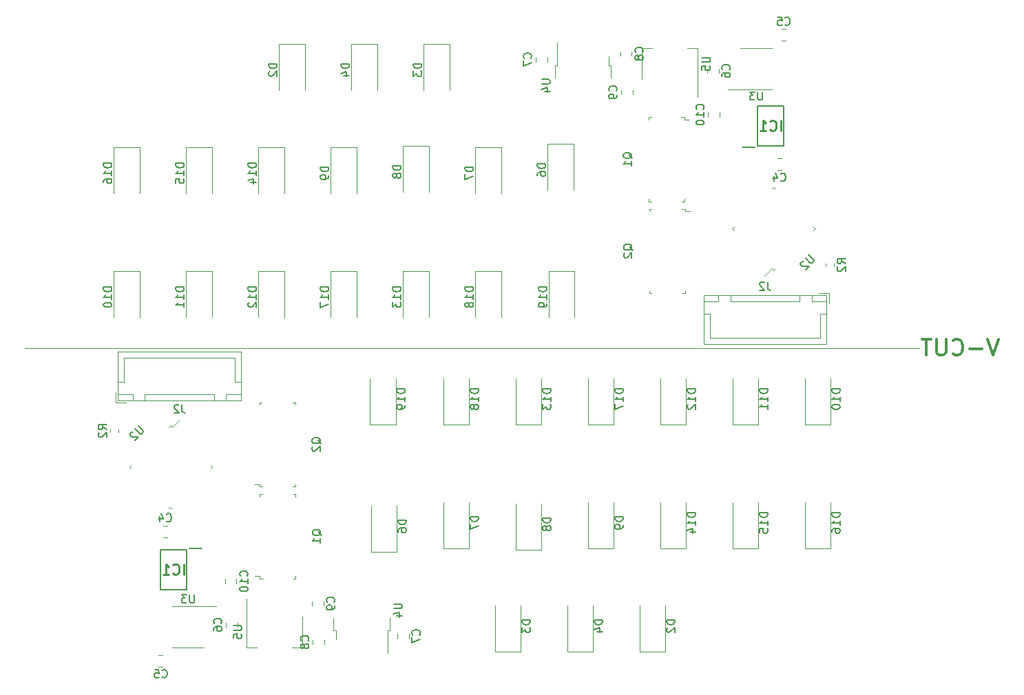
<source format=gbo>
G04 #@! TF.GenerationSoftware,KiCad,Pcbnew,(5.1.4)-1*
G04 #@! TF.CreationDate,2019-11-07T17:31:05+09:00*
G04 #@! TF.ProjectId,Solenoid_Valve-fin,536f6c65-6e6f-4696-945f-56616c76652d,rev?*
G04 #@! TF.SameCoordinates,Original*
G04 #@! TF.FileFunction,Legend,Bot*
G04 #@! TF.FilePolarity,Positive*
%FSLAX46Y46*%
G04 Gerber Fmt 4.6, Leading zero omitted, Abs format (unit mm)*
G04 Created by KiCad (PCBNEW (5.1.4)-1) date 2019-11-07 17:31:05*
%MOMM*%
%LPD*%
G04 APERTURE LIST*
%ADD10C,0.300000*%
%ADD11C,0.120000*%
%ADD12C,0.100000*%
%ADD13C,0.200000*%
%ADD14C,0.150000*%
%ADD15C,0.254000*%
G04 APERTURE END LIST*
D10*
X229714285Y-78904761D02*
X229047619Y-80904761D01*
X228380952Y-78904761D01*
X227714285Y-80142857D02*
X226190476Y-80142857D01*
X224095238Y-80714285D02*
X224190476Y-80809523D01*
X224476190Y-80904761D01*
X224666666Y-80904761D01*
X224952380Y-80809523D01*
X225142857Y-80619047D01*
X225238095Y-80428571D01*
X225333333Y-80047619D01*
X225333333Y-79761904D01*
X225238095Y-79380952D01*
X225142857Y-79190476D01*
X224952380Y-79000000D01*
X224666666Y-78904761D01*
X224476190Y-78904761D01*
X224190476Y-79000000D01*
X224095238Y-79095238D01*
X223238095Y-78904761D02*
X223238095Y-80523809D01*
X223142857Y-80714285D01*
X223047619Y-80809523D01*
X222857142Y-80904761D01*
X222476190Y-80904761D01*
X222285714Y-80809523D01*
X222190476Y-80714285D01*
X222095238Y-80523809D01*
X222095238Y-78904761D01*
X221428571Y-78904761D02*
X220285714Y-78904761D01*
X220857142Y-80904761D02*
X220857142Y-78904761D01*
D11*
X220000000Y-80000000D02*
X110000000Y-80000000D01*
X209510000Y-69950779D02*
X209510000Y-69625221D01*
X208490000Y-69950779D02*
X208490000Y-69625221D01*
D12*
X186700000Y-62005000D02*
X187000000Y-62005000D01*
X186700000Y-62005000D02*
X186700000Y-61705000D01*
X186700000Y-51605000D02*
X187000000Y-51605000D01*
X191100000Y-61705000D02*
X191100000Y-62005000D01*
X191100000Y-62005000D02*
X190800000Y-62005000D01*
X190700000Y-51605000D02*
X191100000Y-51605000D01*
X191100000Y-51605000D02*
X191100000Y-51905000D01*
X191100000Y-51905000D02*
X191700000Y-51905000D01*
X186700000Y-51905000D02*
X186700000Y-51605000D01*
X186760000Y-73300000D02*
X187060000Y-73300000D01*
X186760000Y-73300000D02*
X186760000Y-73000000D01*
X186760000Y-62900000D02*
X187060000Y-62900000D01*
X191160000Y-73000000D02*
X191160000Y-73300000D01*
X191160000Y-73300000D02*
X190860000Y-73300000D01*
X190760000Y-62900000D02*
X191160000Y-62900000D01*
X191160000Y-62900000D02*
X191160000Y-63200000D01*
X191160000Y-63200000D02*
X191760000Y-63200000D01*
X186760000Y-63200000D02*
X186760000Y-62900000D01*
D11*
X201849868Y-60440821D02*
X202062000Y-60228689D01*
X202062000Y-60228689D02*
X202274132Y-60440821D01*
X197168821Y-65121868D02*
X196956689Y-65334000D01*
X196956689Y-65334000D02*
X197168821Y-65546132D01*
X206955179Y-65546132D02*
X207167311Y-65334000D01*
X207167311Y-65334000D02*
X206955179Y-65121868D01*
X202274132Y-70227179D02*
X202062000Y-70439311D01*
X202062000Y-70439311D02*
X201849868Y-70227179D01*
X201849868Y-70227179D02*
X200920023Y-71157024D01*
X165375000Y-60982000D02*
X165375000Y-55297000D01*
X165375000Y-55297000D02*
X168545000Y-55297000D01*
X168545000Y-55297000D02*
X168545000Y-60982000D01*
X138705000Y-76222000D02*
X138705000Y-70537000D01*
X138705000Y-70537000D02*
X141875000Y-70537000D01*
X141875000Y-70537000D02*
X141875000Y-76222000D01*
X199925000Y-43105000D02*
X201875000Y-43105000D01*
X199925000Y-43105000D02*
X197975000Y-43105000D01*
X199925000Y-48225000D02*
X201875000Y-48225000D01*
X199925000Y-48225000D02*
X196475000Y-48225000D01*
X183290000Y-48303422D02*
X183290000Y-48820578D01*
X184710000Y-48303422D02*
X184710000Y-48820578D01*
X172790000Y-44263748D02*
X172790000Y-44786252D01*
X174210000Y-44263748D02*
X174210000Y-44786252D01*
X156485000Y-76222000D02*
X156485000Y-70537000D01*
X156485000Y-70537000D02*
X159655000Y-70537000D01*
X159655000Y-70537000D02*
X159655000Y-76222000D01*
X174265000Y-60580000D02*
X174265000Y-54895000D01*
X174265000Y-54895000D02*
X177435000Y-54895000D01*
X177435000Y-54895000D02*
X177435000Y-60580000D01*
X156485000Y-60812000D02*
X156485000Y-55127000D01*
X156485000Y-55127000D02*
X159655000Y-55127000D01*
X159655000Y-55127000D02*
X159655000Y-60812000D01*
X147595000Y-60982000D02*
X147595000Y-55297000D01*
X147595000Y-55297000D02*
X150765000Y-55297000D01*
X150765000Y-55297000D02*
X150765000Y-60982000D01*
X129815000Y-76222000D02*
X129815000Y-70537000D01*
X129815000Y-70537000D02*
X132985000Y-70537000D01*
X132985000Y-70537000D02*
X132985000Y-76222000D01*
X185890000Y-43140000D02*
X187150000Y-43140000D01*
X192710000Y-43140000D02*
X191450000Y-43140000D01*
X185890000Y-46900000D02*
X185890000Y-43140000D01*
X192710000Y-49150000D02*
X192710000Y-43140000D01*
X184610000Y-44058578D02*
X184610000Y-43541422D01*
X183190000Y-44058578D02*
X183190000Y-43541422D01*
X175150000Y-46755000D02*
X175150000Y-45255000D01*
X175150000Y-45255000D02*
X175420000Y-45255000D01*
X175420000Y-45255000D02*
X175420000Y-42425000D01*
X182050000Y-46755000D02*
X182050000Y-45255000D01*
X182050000Y-45255000D02*
X181780000Y-45255000D01*
X181780000Y-45255000D02*
X181780000Y-44155000D01*
X159025000Y-48282000D02*
X159025000Y-42597000D01*
X159025000Y-42597000D02*
X162195000Y-42597000D01*
X162195000Y-42597000D02*
X162195000Y-48282000D01*
X193990000Y-51041422D02*
X193990000Y-51558578D01*
X195410000Y-51041422D02*
X195410000Y-51558578D01*
X150135000Y-48282000D02*
X150135000Y-42597000D01*
X150135000Y-42597000D02*
X153305000Y-42597000D01*
X153305000Y-42597000D02*
X153305000Y-48282000D01*
X141245000Y-48282000D02*
X141245000Y-42597000D01*
X141245000Y-42597000D02*
X144415000Y-42597000D01*
X144415000Y-42597000D02*
X144415000Y-48282000D01*
X120925000Y-76222000D02*
X120925000Y-70537000D01*
X120925000Y-70537000D02*
X124095000Y-70537000D01*
X124095000Y-70537000D02*
X124095000Y-76222000D01*
X202503422Y-58110000D02*
X203020578Y-58110000D01*
X202503422Y-56690000D02*
X203020578Y-56690000D01*
X203558578Y-40790000D02*
X203041422Y-40790000D01*
X203558578Y-42210000D02*
X203041422Y-42210000D01*
X208560000Y-73540000D02*
X208560000Y-79510000D01*
X208560000Y-79510000D02*
X193440000Y-79510000D01*
X193440000Y-79510000D02*
X193440000Y-73540000D01*
X193440000Y-73540000D02*
X208560000Y-73540000D01*
X205250000Y-73550000D02*
X205250000Y-74300000D01*
X205250000Y-74300000D02*
X196750000Y-74300000D01*
X196750000Y-74300000D02*
X196750000Y-73550000D01*
X196750000Y-73550000D02*
X205250000Y-73550000D01*
X208550000Y-73550000D02*
X208550000Y-74300000D01*
X208550000Y-74300000D02*
X206750000Y-74300000D01*
X206750000Y-74300000D02*
X206750000Y-73550000D01*
X206750000Y-73550000D02*
X208550000Y-73550000D01*
X195250000Y-73550000D02*
X195250000Y-74300000D01*
X195250000Y-74300000D02*
X193450000Y-74300000D01*
X193450000Y-74300000D02*
X193450000Y-73550000D01*
X193450000Y-73550000D02*
X195250000Y-73550000D01*
X208550000Y-75800000D02*
X207800000Y-75800000D01*
X207800000Y-75800000D02*
X207800000Y-78750000D01*
X207800000Y-78750000D02*
X201000000Y-78750000D01*
X193450000Y-75800000D02*
X194200000Y-75800000D01*
X194200000Y-75800000D02*
X194200000Y-78750000D01*
X194200000Y-78750000D02*
X201000000Y-78750000D01*
X207600000Y-73250000D02*
X208850000Y-73250000D01*
X208850000Y-73250000D02*
X208850000Y-74500000D01*
X195310000Y-46196578D02*
X195310000Y-45679422D01*
X193890000Y-46196578D02*
X193890000Y-45679422D01*
D13*
X200100000Y-55150000D02*
X203300000Y-55150000D01*
X203300000Y-55150000D02*
X203300000Y-50250000D01*
X203300000Y-50250000D02*
X200100000Y-50250000D01*
X200100000Y-50250000D02*
X200100000Y-55150000D01*
X198225000Y-55305000D02*
X199750000Y-55305000D01*
D11*
X165375000Y-76222000D02*
X165375000Y-70537000D01*
X165375000Y-70537000D02*
X168545000Y-70537000D01*
X168545000Y-70537000D02*
X168545000Y-76222000D01*
X174415000Y-76222000D02*
X174415000Y-70537000D01*
X174415000Y-70537000D02*
X177585000Y-70537000D01*
X177585000Y-70537000D02*
X177585000Y-76222000D01*
X138705000Y-60982000D02*
X138705000Y-55297000D01*
X138705000Y-55297000D02*
X141875000Y-55297000D01*
X141875000Y-55297000D02*
X141875000Y-60982000D01*
X129815000Y-60982000D02*
X129815000Y-55297000D01*
X129815000Y-55297000D02*
X132985000Y-55297000D01*
X132985000Y-55297000D02*
X132985000Y-60982000D01*
X147595000Y-76222000D02*
X147595000Y-70537000D01*
X147595000Y-70537000D02*
X150765000Y-70537000D01*
X150765000Y-70537000D02*
X150765000Y-76222000D01*
X120925000Y-60982000D02*
X120925000Y-55297000D01*
X120925000Y-55297000D02*
X124095000Y-55297000D01*
X124095000Y-55297000D02*
X124095000Y-60982000D01*
X152415000Y-89463000D02*
X152415000Y-83778000D01*
X155585000Y-89463000D02*
X152415000Y-89463000D01*
X155585000Y-83778000D02*
X155585000Y-89463000D01*
X161455000Y-89463000D02*
X161455000Y-83778000D01*
X164625000Y-89463000D02*
X161455000Y-89463000D01*
X164625000Y-83778000D02*
X164625000Y-89463000D01*
X179235000Y-89463000D02*
X179235000Y-83778000D01*
X182405000Y-89463000D02*
X179235000Y-89463000D01*
X182405000Y-83778000D02*
X182405000Y-89463000D01*
X205905000Y-104703000D02*
X205905000Y-99018000D01*
X209075000Y-104703000D02*
X205905000Y-104703000D01*
X209075000Y-99018000D02*
X209075000Y-104703000D01*
X197015000Y-104703000D02*
X197015000Y-99018000D01*
X200185000Y-104703000D02*
X197015000Y-104703000D01*
X200185000Y-99018000D02*
X200185000Y-104703000D01*
X188125000Y-104703000D02*
X188125000Y-99018000D01*
X191295000Y-104703000D02*
X188125000Y-104703000D01*
X191295000Y-99018000D02*
X191295000Y-104703000D01*
X170345000Y-89463000D02*
X170345000Y-83778000D01*
X173515000Y-89463000D02*
X170345000Y-89463000D01*
X173515000Y-83778000D02*
X173515000Y-89463000D01*
X188125000Y-89463000D02*
X188125000Y-83778000D01*
X191295000Y-89463000D02*
X188125000Y-89463000D01*
X191295000Y-83778000D02*
X191295000Y-89463000D01*
X197015000Y-89463000D02*
X197015000Y-83778000D01*
X200185000Y-89463000D02*
X197015000Y-89463000D01*
X200185000Y-83778000D02*
X200185000Y-89463000D01*
X205905000Y-89463000D02*
X205905000Y-83778000D01*
X209075000Y-89463000D02*
X205905000Y-89463000D01*
X209075000Y-83778000D02*
X209075000Y-89463000D01*
X179235000Y-104703000D02*
X179235000Y-99018000D01*
X182405000Y-104703000D02*
X179235000Y-104703000D01*
X182405000Y-99018000D02*
X182405000Y-104703000D01*
X170345000Y-104873000D02*
X170345000Y-99188000D01*
X173515000Y-104873000D02*
X170345000Y-104873000D01*
X173515000Y-99188000D02*
X173515000Y-104873000D01*
X161455000Y-104703000D02*
X161455000Y-99018000D01*
X164625000Y-104703000D02*
X161455000Y-104703000D01*
X164625000Y-99018000D02*
X164625000Y-104703000D01*
X152565000Y-105105000D02*
X152565000Y-99420000D01*
X155735000Y-105105000D02*
X152565000Y-105105000D01*
X155735000Y-99420000D02*
X155735000Y-105105000D01*
X176695000Y-117403000D02*
X176695000Y-111718000D01*
X179865000Y-117403000D02*
X176695000Y-117403000D01*
X179865000Y-111718000D02*
X179865000Y-117403000D01*
X167805000Y-117403000D02*
X167805000Y-111718000D01*
X170975000Y-117403000D02*
X167805000Y-117403000D01*
X170975000Y-111718000D02*
X170975000Y-117403000D01*
X185585000Y-117403000D02*
X185585000Y-111718000D01*
X188755000Y-117403000D02*
X185585000Y-117403000D01*
X188755000Y-111718000D02*
X188755000Y-117403000D01*
X148220000Y-114745000D02*
X148220000Y-115845000D01*
X147950000Y-114745000D02*
X148220000Y-114745000D01*
X147950000Y-113245000D02*
X147950000Y-114745000D01*
X154580000Y-114745000D02*
X154580000Y-117575000D01*
X154850000Y-114745000D02*
X154580000Y-114745000D01*
X154850000Y-113245000D02*
X154850000Y-114745000D01*
X134590000Y-108958578D02*
X134590000Y-108441422D01*
X136010000Y-108958578D02*
X136010000Y-108441422D01*
X145290000Y-111696578D02*
X145290000Y-111179422D01*
X146710000Y-111696578D02*
X146710000Y-111179422D01*
X146810000Y-115941422D02*
X146810000Y-116458578D01*
X145390000Y-115941422D02*
X145390000Y-116458578D01*
X155790000Y-115736252D02*
X155790000Y-115213748D01*
X157210000Y-115736252D02*
X157210000Y-115213748D01*
X137290000Y-110850000D02*
X137290000Y-116860000D01*
X144110000Y-113100000D02*
X144110000Y-116860000D01*
X137290000Y-116860000D02*
X138550000Y-116860000D01*
X144110000Y-116860000D02*
X142850000Y-116860000D01*
X130075000Y-111775000D02*
X133525000Y-111775000D01*
X130075000Y-111775000D02*
X128125000Y-111775000D01*
X130075000Y-116895000D02*
X132025000Y-116895000D01*
X130075000Y-116895000D02*
X128125000Y-116895000D01*
X128150132Y-89772821D02*
X129079977Y-88842976D01*
X127938000Y-89560689D02*
X128150132Y-89772821D01*
X127725868Y-89772821D02*
X127938000Y-89560689D01*
X122832689Y-94666000D02*
X123044821Y-94878132D01*
X123044821Y-94453868D02*
X122832689Y-94666000D01*
X133043311Y-94666000D02*
X132831179Y-94453868D01*
X132831179Y-94878132D02*
X133043311Y-94666000D01*
X127938000Y-99771311D02*
X127725868Y-99559179D01*
X128150132Y-99559179D02*
X127938000Y-99771311D01*
X121510000Y-90049221D02*
X121510000Y-90374779D01*
X120490000Y-90049221D02*
X120490000Y-90374779D01*
D12*
X143240000Y-96800000D02*
X143240000Y-97100000D01*
X138840000Y-96800000D02*
X138240000Y-96800000D01*
X138840000Y-97100000D02*
X138840000Y-96800000D01*
X139240000Y-97100000D02*
X138840000Y-97100000D01*
X138840000Y-86700000D02*
X139140000Y-86700000D01*
X138840000Y-87000000D02*
X138840000Y-86700000D01*
X143240000Y-97100000D02*
X142940000Y-97100000D01*
X143240000Y-86700000D02*
X143240000Y-87000000D01*
X143240000Y-86700000D02*
X142940000Y-86700000D01*
X143300000Y-108095000D02*
X143300000Y-108395000D01*
X138900000Y-108095000D02*
X138300000Y-108095000D01*
X138900000Y-108395000D02*
X138900000Y-108095000D01*
X139300000Y-108395000D02*
X138900000Y-108395000D01*
X138900000Y-97995000D02*
X139200000Y-97995000D01*
X138900000Y-98295000D02*
X138900000Y-97995000D01*
X143300000Y-108395000D02*
X143000000Y-108395000D01*
X143300000Y-97995000D02*
X143300000Y-98295000D01*
X143300000Y-97995000D02*
X143000000Y-97995000D01*
D11*
X121150000Y-86750000D02*
X121150000Y-85500000D01*
X122400000Y-86750000D02*
X121150000Y-86750000D01*
X135800000Y-81250000D02*
X129000000Y-81250000D01*
X135800000Y-84200000D02*
X135800000Y-81250000D01*
X136550000Y-84200000D02*
X135800000Y-84200000D01*
X122200000Y-81250000D02*
X129000000Y-81250000D01*
X122200000Y-84200000D02*
X122200000Y-81250000D01*
X121450000Y-84200000D02*
X122200000Y-84200000D01*
X136550000Y-86450000D02*
X134750000Y-86450000D01*
X136550000Y-85700000D02*
X136550000Y-86450000D01*
X134750000Y-85700000D02*
X136550000Y-85700000D01*
X134750000Y-86450000D02*
X134750000Y-85700000D01*
X123250000Y-86450000D02*
X121450000Y-86450000D01*
X123250000Y-85700000D02*
X123250000Y-86450000D01*
X121450000Y-85700000D02*
X123250000Y-85700000D01*
X121450000Y-86450000D02*
X121450000Y-85700000D01*
X133250000Y-86450000D02*
X124750000Y-86450000D01*
X133250000Y-85700000D02*
X133250000Y-86450000D01*
X124750000Y-85700000D02*
X133250000Y-85700000D01*
X124750000Y-86450000D02*
X124750000Y-85700000D01*
X136560000Y-86460000D02*
X121440000Y-86460000D01*
X136560000Y-80490000D02*
X136560000Y-86460000D01*
X121440000Y-80490000D02*
X136560000Y-80490000D01*
X121440000Y-86460000D02*
X121440000Y-80490000D01*
D13*
X131775000Y-104695000D02*
X130250000Y-104695000D01*
X129900000Y-109750000D02*
X129900000Y-104850000D01*
X126700000Y-109750000D02*
X129900000Y-109750000D01*
X126700000Y-104850000D02*
X126700000Y-109750000D01*
X129900000Y-104850000D02*
X126700000Y-104850000D01*
D11*
X136110000Y-113803422D02*
X136110000Y-114320578D01*
X134690000Y-113803422D02*
X134690000Y-114320578D01*
X126441422Y-117790000D02*
X126958578Y-117790000D01*
X126441422Y-119210000D02*
X126958578Y-119210000D01*
X127496578Y-103310000D02*
X126979422Y-103310000D01*
X127496578Y-101890000D02*
X126979422Y-101890000D01*
D14*
X210882380Y-69621333D02*
X210406190Y-69288000D01*
X210882380Y-69049904D02*
X209882380Y-69049904D01*
X209882380Y-69430857D01*
X209930000Y-69526095D01*
X209977619Y-69573714D01*
X210072857Y-69621333D01*
X210215714Y-69621333D01*
X210310952Y-69573714D01*
X210358571Y-69526095D01*
X210406190Y-69430857D01*
X210406190Y-69049904D01*
X209977619Y-70002285D02*
X209930000Y-70049904D01*
X209882380Y-70145142D01*
X209882380Y-70383238D01*
X209930000Y-70478476D01*
X209977619Y-70526095D01*
X210072857Y-70573714D01*
X210168095Y-70573714D01*
X210310952Y-70526095D01*
X210882380Y-69954666D01*
X210882380Y-70573714D01*
X184647619Y-56709761D02*
X184600000Y-56614523D01*
X184504761Y-56519285D01*
X184361904Y-56376428D01*
X184314285Y-56281190D01*
X184314285Y-56185952D01*
X184552380Y-56233571D02*
X184504761Y-56138333D01*
X184409523Y-56043095D01*
X184219047Y-55995476D01*
X183885714Y-55995476D01*
X183695238Y-56043095D01*
X183600000Y-56138333D01*
X183552380Y-56233571D01*
X183552380Y-56424047D01*
X183600000Y-56519285D01*
X183695238Y-56614523D01*
X183885714Y-56662142D01*
X184219047Y-56662142D01*
X184409523Y-56614523D01*
X184504761Y-56519285D01*
X184552380Y-56424047D01*
X184552380Y-56233571D01*
X184552380Y-57614523D02*
X184552380Y-57043095D01*
X184552380Y-57328809D02*
X183552380Y-57328809D01*
X183695238Y-57233571D01*
X183790476Y-57138333D01*
X183838095Y-57043095D01*
X184707619Y-68004761D02*
X184660000Y-67909523D01*
X184564761Y-67814285D01*
X184421904Y-67671428D01*
X184374285Y-67576190D01*
X184374285Y-67480952D01*
X184612380Y-67528571D02*
X184564761Y-67433333D01*
X184469523Y-67338095D01*
X184279047Y-67290476D01*
X183945714Y-67290476D01*
X183755238Y-67338095D01*
X183660000Y-67433333D01*
X183612380Y-67528571D01*
X183612380Y-67719047D01*
X183660000Y-67814285D01*
X183755238Y-67909523D01*
X183945714Y-67957142D01*
X184279047Y-67957142D01*
X184469523Y-67909523D01*
X184564761Y-67814285D01*
X184612380Y-67719047D01*
X184612380Y-67528571D01*
X183707619Y-68338095D02*
X183660000Y-68385714D01*
X183612380Y-68480952D01*
X183612380Y-68719047D01*
X183660000Y-68814285D01*
X183707619Y-68861904D01*
X183802857Y-68909523D01*
X183898095Y-68909523D01*
X184040952Y-68861904D01*
X184612380Y-68290476D01*
X184612380Y-68909523D01*
X206371310Y-68565814D02*
X206943730Y-69138234D01*
X206977402Y-69239249D01*
X206977402Y-69306593D01*
X206943730Y-69407608D01*
X206809043Y-69542295D01*
X206708028Y-69575967D01*
X206640684Y-69575967D01*
X206539669Y-69542295D01*
X205967249Y-68969875D01*
X205731547Y-69340265D02*
X205664204Y-69340265D01*
X205563188Y-69373936D01*
X205394830Y-69542295D01*
X205361158Y-69643310D01*
X205361158Y-69710654D01*
X205394830Y-69811669D01*
X205462173Y-69879013D01*
X205596860Y-69946356D01*
X206404982Y-69946356D01*
X205967249Y-70384089D01*
X165132380Y-57743904D02*
X164132380Y-57743904D01*
X164132380Y-57982000D01*
X164180000Y-58124857D01*
X164275238Y-58220095D01*
X164370476Y-58267714D01*
X164560952Y-58315333D01*
X164703809Y-58315333D01*
X164894285Y-58267714D01*
X164989523Y-58220095D01*
X165084761Y-58124857D01*
X165132380Y-57982000D01*
X165132380Y-57743904D01*
X164132380Y-58648666D02*
X164132380Y-59315333D01*
X165132380Y-58886761D01*
X138462380Y-72507714D02*
X137462380Y-72507714D01*
X137462380Y-72745809D01*
X137510000Y-72888666D01*
X137605238Y-72983904D01*
X137700476Y-73031523D01*
X137890952Y-73079142D01*
X138033809Y-73079142D01*
X138224285Y-73031523D01*
X138319523Y-72983904D01*
X138414761Y-72888666D01*
X138462380Y-72745809D01*
X138462380Y-72507714D01*
X138462380Y-74031523D02*
X138462380Y-73460095D01*
X138462380Y-73745809D02*
X137462380Y-73745809D01*
X137605238Y-73650571D01*
X137700476Y-73555333D01*
X137748095Y-73460095D01*
X137557619Y-74412476D02*
X137510000Y-74460095D01*
X137462380Y-74555333D01*
X137462380Y-74793428D01*
X137510000Y-74888666D01*
X137557619Y-74936285D01*
X137652857Y-74983904D01*
X137748095Y-74983904D01*
X137890952Y-74936285D01*
X138462380Y-74364857D01*
X138462380Y-74983904D01*
X200686904Y-48517380D02*
X200686904Y-49326904D01*
X200639285Y-49422142D01*
X200591666Y-49469761D01*
X200496428Y-49517380D01*
X200305952Y-49517380D01*
X200210714Y-49469761D01*
X200163095Y-49422142D01*
X200115476Y-49326904D01*
X200115476Y-48517380D01*
X199734523Y-48517380D02*
X199115476Y-48517380D01*
X199448809Y-48898333D01*
X199305952Y-48898333D01*
X199210714Y-48945952D01*
X199163095Y-48993571D01*
X199115476Y-49088809D01*
X199115476Y-49326904D01*
X199163095Y-49422142D01*
X199210714Y-49469761D01*
X199305952Y-49517380D01*
X199591666Y-49517380D01*
X199686904Y-49469761D01*
X199734523Y-49422142D01*
X182707142Y-48395333D02*
X182754761Y-48347714D01*
X182802380Y-48204857D01*
X182802380Y-48109619D01*
X182754761Y-47966761D01*
X182659523Y-47871523D01*
X182564285Y-47823904D01*
X182373809Y-47776285D01*
X182230952Y-47776285D01*
X182040476Y-47823904D01*
X181945238Y-47871523D01*
X181850000Y-47966761D01*
X181802380Y-48109619D01*
X181802380Y-48204857D01*
X181850000Y-48347714D01*
X181897619Y-48395333D01*
X182802380Y-48871523D02*
X182802380Y-49062000D01*
X182754761Y-49157238D01*
X182707142Y-49204857D01*
X182564285Y-49300095D01*
X182373809Y-49347714D01*
X181992857Y-49347714D01*
X181897619Y-49300095D01*
X181850000Y-49252476D01*
X181802380Y-49157238D01*
X181802380Y-48966761D01*
X181850000Y-48871523D01*
X181897619Y-48823904D01*
X181992857Y-48776285D01*
X182230952Y-48776285D01*
X182326190Y-48823904D01*
X182373809Y-48871523D01*
X182421428Y-48966761D01*
X182421428Y-49157238D01*
X182373809Y-49252476D01*
X182326190Y-49300095D01*
X182230952Y-49347714D01*
X172207142Y-44358333D02*
X172254761Y-44310714D01*
X172302380Y-44167857D01*
X172302380Y-44072619D01*
X172254761Y-43929761D01*
X172159523Y-43834523D01*
X172064285Y-43786904D01*
X171873809Y-43739285D01*
X171730952Y-43739285D01*
X171540476Y-43786904D01*
X171445238Y-43834523D01*
X171350000Y-43929761D01*
X171302380Y-44072619D01*
X171302380Y-44167857D01*
X171350000Y-44310714D01*
X171397619Y-44358333D01*
X171302380Y-44691666D02*
X171302380Y-45358333D01*
X172302380Y-44929761D01*
X156242380Y-72507714D02*
X155242380Y-72507714D01*
X155242380Y-72745809D01*
X155290000Y-72888666D01*
X155385238Y-72983904D01*
X155480476Y-73031523D01*
X155670952Y-73079142D01*
X155813809Y-73079142D01*
X156004285Y-73031523D01*
X156099523Y-72983904D01*
X156194761Y-72888666D01*
X156242380Y-72745809D01*
X156242380Y-72507714D01*
X156242380Y-74031523D02*
X156242380Y-73460095D01*
X156242380Y-73745809D02*
X155242380Y-73745809D01*
X155385238Y-73650571D01*
X155480476Y-73555333D01*
X155528095Y-73460095D01*
X155242380Y-74364857D02*
X155242380Y-74983904D01*
X155623333Y-74650571D01*
X155623333Y-74793428D01*
X155670952Y-74888666D01*
X155718571Y-74936285D01*
X155813809Y-74983904D01*
X156051904Y-74983904D01*
X156147142Y-74936285D01*
X156194761Y-74888666D01*
X156242380Y-74793428D01*
X156242380Y-74507714D01*
X156194761Y-74412476D01*
X156147142Y-74364857D01*
X174022380Y-57341904D02*
X173022380Y-57341904D01*
X173022380Y-57580000D01*
X173070000Y-57722857D01*
X173165238Y-57818095D01*
X173260476Y-57865714D01*
X173450952Y-57913333D01*
X173593809Y-57913333D01*
X173784285Y-57865714D01*
X173879523Y-57818095D01*
X173974761Y-57722857D01*
X174022380Y-57580000D01*
X174022380Y-57341904D01*
X173022380Y-58770476D02*
X173022380Y-58580000D01*
X173070000Y-58484761D01*
X173117619Y-58437142D01*
X173260476Y-58341904D01*
X173450952Y-58294285D01*
X173831904Y-58294285D01*
X173927142Y-58341904D01*
X173974761Y-58389523D01*
X174022380Y-58484761D01*
X174022380Y-58675238D01*
X173974761Y-58770476D01*
X173927142Y-58818095D01*
X173831904Y-58865714D01*
X173593809Y-58865714D01*
X173498571Y-58818095D01*
X173450952Y-58770476D01*
X173403333Y-58675238D01*
X173403333Y-58484761D01*
X173450952Y-58389523D01*
X173498571Y-58341904D01*
X173593809Y-58294285D01*
X156242380Y-57573904D02*
X155242380Y-57573904D01*
X155242380Y-57812000D01*
X155290000Y-57954857D01*
X155385238Y-58050095D01*
X155480476Y-58097714D01*
X155670952Y-58145333D01*
X155813809Y-58145333D01*
X156004285Y-58097714D01*
X156099523Y-58050095D01*
X156194761Y-57954857D01*
X156242380Y-57812000D01*
X156242380Y-57573904D01*
X155670952Y-58716761D02*
X155623333Y-58621523D01*
X155575714Y-58573904D01*
X155480476Y-58526285D01*
X155432857Y-58526285D01*
X155337619Y-58573904D01*
X155290000Y-58621523D01*
X155242380Y-58716761D01*
X155242380Y-58907238D01*
X155290000Y-59002476D01*
X155337619Y-59050095D01*
X155432857Y-59097714D01*
X155480476Y-59097714D01*
X155575714Y-59050095D01*
X155623333Y-59002476D01*
X155670952Y-58907238D01*
X155670952Y-58716761D01*
X155718571Y-58621523D01*
X155766190Y-58573904D01*
X155861428Y-58526285D01*
X156051904Y-58526285D01*
X156147142Y-58573904D01*
X156194761Y-58621523D01*
X156242380Y-58716761D01*
X156242380Y-58907238D01*
X156194761Y-59002476D01*
X156147142Y-59050095D01*
X156051904Y-59097714D01*
X155861428Y-59097714D01*
X155766190Y-59050095D01*
X155718571Y-59002476D01*
X155670952Y-58907238D01*
X147352380Y-57743904D02*
X146352380Y-57743904D01*
X146352380Y-57982000D01*
X146400000Y-58124857D01*
X146495238Y-58220095D01*
X146590476Y-58267714D01*
X146780952Y-58315333D01*
X146923809Y-58315333D01*
X147114285Y-58267714D01*
X147209523Y-58220095D01*
X147304761Y-58124857D01*
X147352380Y-57982000D01*
X147352380Y-57743904D01*
X147352380Y-58791523D02*
X147352380Y-58982000D01*
X147304761Y-59077238D01*
X147257142Y-59124857D01*
X147114285Y-59220095D01*
X146923809Y-59267714D01*
X146542857Y-59267714D01*
X146447619Y-59220095D01*
X146400000Y-59172476D01*
X146352380Y-59077238D01*
X146352380Y-58886761D01*
X146400000Y-58791523D01*
X146447619Y-58743904D01*
X146542857Y-58696285D01*
X146780952Y-58696285D01*
X146876190Y-58743904D01*
X146923809Y-58791523D01*
X146971428Y-58886761D01*
X146971428Y-59077238D01*
X146923809Y-59172476D01*
X146876190Y-59220095D01*
X146780952Y-59267714D01*
X129572380Y-72507714D02*
X128572380Y-72507714D01*
X128572380Y-72745809D01*
X128620000Y-72888666D01*
X128715238Y-72983904D01*
X128810476Y-73031523D01*
X129000952Y-73079142D01*
X129143809Y-73079142D01*
X129334285Y-73031523D01*
X129429523Y-72983904D01*
X129524761Y-72888666D01*
X129572380Y-72745809D01*
X129572380Y-72507714D01*
X129572380Y-74031523D02*
X129572380Y-73460095D01*
X129572380Y-73745809D02*
X128572380Y-73745809D01*
X128715238Y-73650571D01*
X128810476Y-73555333D01*
X128858095Y-73460095D01*
X129572380Y-74983904D02*
X129572380Y-74412476D01*
X129572380Y-74698190D02*
X128572380Y-74698190D01*
X128715238Y-74602952D01*
X128810476Y-74507714D01*
X128858095Y-74412476D01*
X193252380Y-44288095D02*
X194061904Y-44288095D01*
X194157142Y-44335714D01*
X194204761Y-44383333D01*
X194252380Y-44478571D01*
X194252380Y-44669047D01*
X194204761Y-44764285D01*
X194157142Y-44811904D01*
X194061904Y-44859523D01*
X193252380Y-44859523D01*
X193252380Y-45811904D02*
X193252380Y-45335714D01*
X193728571Y-45288095D01*
X193680952Y-45335714D01*
X193633333Y-45430952D01*
X193633333Y-45669047D01*
X193680952Y-45764285D01*
X193728571Y-45811904D01*
X193823809Y-45859523D01*
X194061904Y-45859523D01*
X194157142Y-45811904D01*
X194204761Y-45764285D01*
X194252380Y-45669047D01*
X194252380Y-45430952D01*
X194204761Y-45335714D01*
X194157142Y-45288095D01*
X185907142Y-43633333D02*
X185954761Y-43585714D01*
X186002380Y-43442857D01*
X186002380Y-43347619D01*
X185954761Y-43204761D01*
X185859523Y-43109523D01*
X185764285Y-43061904D01*
X185573809Y-43014285D01*
X185430952Y-43014285D01*
X185240476Y-43061904D01*
X185145238Y-43109523D01*
X185050000Y-43204761D01*
X185002380Y-43347619D01*
X185002380Y-43442857D01*
X185050000Y-43585714D01*
X185097619Y-43633333D01*
X185430952Y-44204761D02*
X185383333Y-44109523D01*
X185335714Y-44061904D01*
X185240476Y-44014285D01*
X185192857Y-44014285D01*
X185097619Y-44061904D01*
X185050000Y-44109523D01*
X185002380Y-44204761D01*
X185002380Y-44395238D01*
X185050000Y-44490476D01*
X185097619Y-44538095D01*
X185192857Y-44585714D01*
X185240476Y-44585714D01*
X185335714Y-44538095D01*
X185383333Y-44490476D01*
X185430952Y-44395238D01*
X185430952Y-44204761D01*
X185478571Y-44109523D01*
X185526190Y-44061904D01*
X185621428Y-44014285D01*
X185811904Y-44014285D01*
X185907142Y-44061904D01*
X185954761Y-44109523D01*
X186002380Y-44204761D01*
X186002380Y-44395238D01*
X185954761Y-44490476D01*
X185907142Y-44538095D01*
X185811904Y-44585714D01*
X185621428Y-44585714D01*
X185526190Y-44538095D01*
X185478571Y-44490476D01*
X185430952Y-44395238D01*
X173552380Y-46963095D02*
X174361904Y-46963095D01*
X174457142Y-47010714D01*
X174504761Y-47058333D01*
X174552380Y-47153571D01*
X174552380Y-47344047D01*
X174504761Y-47439285D01*
X174457142Y-47486904D01*
X174361904Y-47534523D01*
X173552380Y-47534523D01*
X173885714Y-48439285D02*
X174552380Y-48439285D01*
X173504761Y-48201190D02*
X174219047Y-47963095D01*
X174219047Y-48582142D01*
X158782380Y-45043904D02*
X157782380Y-45043904D01*
X157782380Y-45282000D01*
X157830000Y-45424857D01*
X157925238Y-45520095D01*
X158020476Y-45567714D01*
X158210952Y-45615333D01*
X158353809Y-45615333D01*
X158544285Y-45567714D01*
X158639523Y-45520095D01*
X158734761Y-45424857D01*
X158782380Y-45282000D01*
X158782380Y-45043904D01*
X157782380Y-45948666D02*
X157782380Y-46567714D01*
X158163333Y-46234380D01*
X158163333Y-46377238D01*
X158210952Y-46472476D01*
X158258571Y-46520095D01*
X158353809Y-46567714D01*
X158591904Y-46567714D01*
X158687142Y-46520095D01*
X158734761Y-46472476D01*
X158782380Y-46377238D01*
X158782380Y-46091523D01*
X158734761Y-45996285D01*
X158687142Y-45948666D01*
X193407142Y-50657142D02*
X193454761Y-50609523D01*
X193502380Y-50466666D01*
X193502380Y-50371428D01*
X193454761Y-50228571D01*
X193359523Y-50133333D01*
X193264285Y-50085714D01*
X193073809Y-50038095D01*
X192930952Y-50038095D01*
X192740476Y-50085714D01*
X192645238Y-50133333D01*
X192550000Y-50228571D01*
X192502380Y-50371428D01*
X192502380Y-50466666D01*
X192550000Y-50609523D01*
X192597619Y-50657142D01*
X193502380Y-51609523D02*
X193502380Y-51038095D01*
X193502380Y-51323809D02*
X192502380Y-51323809D01*
X192645238Y-51228571D01*
X192740476Y-51133333D01*
X192788095Y-51038095D01*
X192502380Y-52228571D02*
X192502380Y-52323809D01*
X192550000Y-52419047D01*
X192597619Y-52466666D01*
X192692857Y-52514285D01*
X192883333Y-52561904D01*
X193121428Y-52561904D01*
X193311904Y-52514285D01*
X193407142Y-52466666D01*
X193454761Y-52419047D01*
X193502380Y-52323809D01*
X193502380Y-52228571D01*
X193454761Y-52133333D01*
X193407142Y-52085714D01*
X193311904Y-52038095D01*
X193121428Y-51990476D01*
X192883333Y-51990476D01*
X192692857Y-52038095D01*
X192597619Y-52085714D01*
X192550000Y-52133333D01*
X192502380Y-52228571D01*
X149892380Y-45043904D02*
X148892380Y-45043904D01*
X148892380Y-45282000D01*
X148940000Y-45424857D01*
X149035238Y-45520095D01*
X149130476Y-45567714D01*
X149320952Y-45615333D01*
X149463809Y-45615333D01*
X149654285Y-45567714D01*
X149749523Y-45520095D01*
X149844761Y-45424857D01*
X149892380Y-45282000D01*
X149892380Y-45043904D01*
X149225714Y-46472476D02*
X149892380Y-46472476D01*
X148844761Y-46234380D02*
X149559047Y-45996285D01*
X149559047Y-46615333D01*
X141002380Y-45043904D02*
X140002380Y-45043904D01*
X140002380Y-45282000D01*
X140050000Y-45424857D01*
X140145238Y-45520095D01*
X140240476Y-45567714D01*
X140430952Y-45615333D01*
X140573809Y-45615333D01*
X140764285Y-45567714D01*
X140859523Y-45520095D01*
X140954761Y-45424857D01*
X141002380Y-45282000D01*
X141002380Y-45043904D01*
X140097619Y-45996285D02*
X140050000Y-46043904D01*
X140002380Y-46139142D01*
X140002380Y-46377238D01*
X140050000Y-46472476D01*
X140097619Y-46520095D01*
X140192857Y-46567714D01*
X140288095Y-46567714D01*
X140430952Y-46520095D01*
X141002380Y-45948666D01*
X141002380Y-46567714D01*
X120682380Y-72507714D02*
X119682380Y-72507714D01*
X119682380Y-72745809D01*
X119730000Y-72888666D01*
X119825238Y-72983904D01*
X119920476Y-73031523D01*
X120110952Y-73079142D01*
X120253809Y-73079142D01*
X120444285Y-73031523D01*
X120539523Y-72983904D01*
X120634761Y-72888666D01*
X120682380Y-72745809D01*
X120682380Y-72507714D01*
X120682380Y-74031523D02*
X120682380Y-73460095D01*
X120682380Y-73745809D02*
X119682380Y-73745809D01*
X119825238Y-73650571D01*
X119920476Y-73555333D01*
X119968095Y-73460095D01*
X119682380Y-74650571D02*
X119682380Y-74745809D01*
X119730000Y-74841047D01*
X119777619Y-74888666D01*
X119872857Y-74936285D01*
X120063333Y-74983904D01*
X120301428Y-74983904D01*
X120491904Y-74936285D01*
X120587142Y-74888666D01*
X120634761Y-74841047D01*
X120682380Y-74745809D01*
X120682380Y-74650571D01*
X120634761Y-74555333D01*
X120587142Y-74507714D01*
X120491904Y-74460095D01*
X120301428Y-74412476D01*
X120063333Y-74412476D01*
X119872857Y-74460095D01*
X119777619Y-74507714D01*
X119730000Y-74555333D01*
X119682380Y-74650571D01*
X202928666Y-59407142D02*
X202976285Y-59454761D01*
X203119142Y-59502380D01*
X203214380Y-59502380D01*
X203357238Y-59454761D01*
X203452476Y-59359523D01*
X203500095Y-59264285D01*
X203547714Y-59073809D01*
X203547714Y-58930952D01*
X203500095Y-58740476D01*
X203452476Y-58645238D01*
X203357238Y-58550000D01*
X203214380Y-58502380D01*
X203119142Y-58502380D01*
X202976285Y-58550000D01*
X202928666Y-58597619D01*
X202071523Y-58835714D02*
X202071523Y-59502380D01*
X202309619Y-58454761D02*
X202547714Y-59169047D01*
X201928666Y-59169047D01*
X203466666Y-40207142D02*
X203514285Y-40254761D01*
X203657142Y-40302380D01*
X203752380Y-40302380D01*
X203895238Y-40254761D01*
X203990476Y-40159523D01*
X204038095Y-40064285D01*
X204085714Y-39873809D01*
X204085714Y-39730952D01*
X204038095Y-39540476D01*
X203990476Y-39445238D01*
X203895238Y-39350000D01*
X203752380Y-39302380D01*
X203657142Y-39302380D01*
X203514285Y-39350000D01*
X203466666Y-39397619D01*
X202561904Y-39302380D02*
X203038095Y-39302380D01*
X203085714Y-39778571D01*
X203038095Y-39730952D01*
X202942857Y-39683333D01*
X202704761Y-39683333D01*
X202609523Y-39730952D01*
X202561904Y-39778571D01*
X202514285Y-39873809D01*
X202514285Y-40111904D01*
X202561904Y-40207142D01*
X202609523Y-40254761D01*
X202704761Y-40302380D01*
X202942857Y-40302380D01*
X203038095Y-40254761D01*
X203085714Y-40207142D01*
X201333333Y-71902380D02*
X201333333Y-72616666D01*
X201380952Y-72759523D01*
X201476190Y-72854761D01*
X201619047Y-72902380D01*
X201714285Y-72902380D01*
X200904761Y-71997619D02*
X200857142Y-71950000D01*
X200761904Y-71902380D01*
X200523809Y-71902380D01*
X200428571Y-71950000D01*
X200380952Y-71997619D01*
X200333333Y-72092857D01*
X200333333Y-72188095D01*
X200380952Y-72330952D01*
X200952380Y-72902380D01*
X200333333Y-72902380D01*
X196607142Y-45771333D02*
X196654761Y-45723714D01*
X196702380Y-45580857D01*
X196702380Y-45485619D01*
X196654761Y-45342761D01*
X196559523Y-45247523D01*
X196464285Y-45199904D01*
X196273809Y-45152285D01*
X196130952Y-45152285D01*
X195940476Y-45199904D01*
X195845238Y-45247523D01*
X195750000Y-45342761D01*
X195702380Y-45485619D01*
X195702380Y-45580857D01*
X195750000Y-45723714D01*
X195797619Y-45771333D01*
X195702380Y-46628476D02*
X195702380Y-46438000D01*
X195750000Y-46342761D01*
X195797619Y-46295142D01*
X195940476Y-46199904D01*
X196130952Y-46152285D01*
X196511904Y-46152285D01*
X196607142Y-46199904D01*
X196654761Y-46247523D01*
X196702380Y-46342761D01*
X196702380Y-46533238D01*
X196654761Y-46628476D01*
X196607142Y-46676095D01*
X196511904Y-46723714D01*
X196273809Y-46723714D01*
X196178571Y-46676095D01*
X196130952Y-46628476D01*
X196083333Y-46533238D01*
X196083333Y-46342761D01*
X196130952Y-46247523D01*
X196178571Y-46199904D01*
X196273809Y-46152285D01*
D15*
X202939761Y-53274523D02*
X202939761Y-52004523D01*
X201609285Y-53153571D02*
X201669761Y-53214047D01*
X201851190Y-53274523D01*
X201972142Y-53274523D01*
X202153571Y-53214047D01*
X202274523Y-53093095D01*
X202335000Y-52972142D01*
X202395476Y-52730238D01*
X202395476Y-52548809D01*
X202335000Y-52306904D01*
X202274523Y-52185952D01*
X202153571Y-52065000D01*
X201972142Y-52004523D01*
X201851190Y-52004523D01*
X201669761Y-52065000D01*
X201609285Y-52125476D01*
X200399761Y-53274523D02*
X201125476Y-53274523D01*
X200762619Y-53274523D02*
X200762619Y-52004523D01*
X200883571Y-52185952D01*
X201004523Y-52306904D01*
X201125476Y-52367380D01*
D14*
X165132380Y-72507714D02*
X164132380Y-72507714D01*
X164132380Y-72745809D01*
X164180000Y-72888666D01*
X164275238Y-72983904D01*
X164370476Y-73031523D01*
X164560952Y-73079142D01*
X164703809Y-73079142D01*
X164894285Y-73031523D01*
X164989523Y-72983904D01*
X165084761Y-72888666D01*
X165132380Y-72745809D01*
X165132380Y-72507714D01*
X165132380Y-74031523D02*
X165132380Y-73460095D01*
X165132380Y-73745809D02*
X164132380Y-73745809D01*
X164275238Y-73650571D01*
X164370476Y-73555333D01*
X164418095Y-73460095D01*
X164560952Y-74602952D02*
X164513333Y-74507714D01*
X164465714Y-74460095D01*
X164370476Y-74412476D01*
X164322857Y-74412476D01*
X164227619Y-74460095D01*
X164180000Y-74507714D01*
X164132380Y-74602952D01*
X164132380Y-74793428D01*
X164180000Y-74888666D01*
X164227619Y-74936285D01*
X164322857Y-74983904D01*
X164370476Y-74983904D01*
X164465714Y-74936285D01*
X164513333Y-74888666D01*
X164560952Y-74793428D01*
X164560952Y-74602952D01*
X164608571Y-74507714D01*
X164656190Y-74460095D01*
X164751428Y-74412476D01*
X164941904Y-74412476D01*
X165037142Y-74460095D01*
X165084761Y-74507714D01*
X165132380Y-74602952D01*
X165132380Y-74793428D01*
X165084761Y-74888666D01*
X165037142Y-74936285D01*
X164941904Y-74983904D01*
X164751428Y-74983904D01*
X164656190Y-74936285D01*
X164608571Y-74888666D01*
X164560952Y-74793428D01*
X174172380Y-72507714D02*
X173172380Y-72507714D01*
X173172380Y-72745809D01*
X173220000Y-72888666D01*
X173315238Y-72983904D01*
X173410476Y-73031523D01*
X173600952Y-73079142D01*
X173743809Y-73079142D01*
X173934285Y-73031523D01*
X174029523Y-72983904D01*
X174124761Y-72888666D01*
X174172380Y-72745809D01*
X174172380Y-72507714D01*
X174172380Y-74031523D02*
X174172380Y-73460095D01*
X174172380Y-73745809D02*
X173172380Y-73745809D01*
X173315238Y-73650571D01*
X173410476Y-73555333D01*
X173458095Y-73460095D01*
X174172380Y-74507714D02*
X174172380Y-74698190D01*
X174124761Y-74793428D01*
X174077142Y-74841047D01*
X173934285Y-74936285D01*
X173743809Y-74983904D01*
X173362857Y-74983904D01*
X173267619Y-74936285D01*
X173220000Y-74888666D01*
X173172380Y-74793428D01*
X173172380Y-74602952D01*
X173220000Y-74507714D01*
X173267619Y-74460095D01*
X173362857Y-74412476D01*
X173600952Y-74412476D01*
X173696190Y-74460095D01*
X173743809Y-74507714D01*
X173791428Y-74602952D01*
X173791428Y-74793428D01*
X173743809Y-74888666D01*
X173696190Y-74936285D01*
X173600952Y-74983904D01*
X138462380Y-57267714D02*
X137462380Y-57267714D01*
X137462380Y-57505809D01*
X137510000Y-57648666D01*
X137605238Y-57743904D01*
X137700476Y-57791523D01*
X137890952Y-57839142D01*
X138033809Y-57839142D01*
X138224285Y-57791523D01*
X138319523Y-57743904D01*
X138414761Y-57648666D01*
X138462380Y-57505809D01*
X138462380Y-57267714D01*
X138462380Y-58791523D02*
X138462380Y-58220095D01*
X138462380Y-58505809D02*
X137462380Y-58505809D01*
X137605238Y-58410571D01*
X137700476Y-58315333D01*
X137748095Y-58220095D01*
X137795714Y-59648666D02*
X138462380Y-59648666D01*
X137414761Y-59410571D02*
X138129047Y-59172476D01*
X138129047Y-59791523D01*
X129572380Y-57267714D02*
X128572380Y-57267714D01*
X128572380Y-57505809D01*
X128620000Y-57648666D01*
X128715238Y-57743904D01*
X128810476Y-57791523D01*
X129000952Y-57839142D01*
X129143809Y-57839142D01*
X129334285Y-57791523D01*
X129429523Y-57743904D01*
X129524761Y-57648666D01*
X129572380Y-57505809D01*
X129572380Y-57267714D01*
X129572380Y-58791523D02*
X129572380Y-58220095D01*
X129572380Y-58505809D02*
X128572380Y-58505809D01*
X128715238Y-58410571D01*
X128810476Y-58315333D01*
X128858095Y-58220095D01*
X128572380Y-59696285D02*
X128572380Y-59220095D01*
X129048571Y-59172476D01*
X129000952Y-59220095D01*
X128953333Y-59315333D01*
X128953333Y-59553428D01*
X129000952Y-59648666D01*
X129048571Y-59696285D01*
X129143809Y-59743904D01*
X129381904Y-59743904D01*
X129477142Y-59696285D01*
X129524761Y-59648666D01*
X129572380Y-59553428D01*
X129572380Y-59315333D01*
X129524761Y-59220095D01*
X129477142Y-59172476D01*
X147352380Y-72507714D02*
X146352380Y-72507714D01*
X146352380Y-72745809D01*
X146400000Y-72888666D01*
X146495238Y-72983904D01*
X146590476Y-73031523D01*
X146780952Y-73079142D01*
X146923809Y-73079142D01*
X147114285Y-73031523D01*
X147209523Y-72983904D01*
X147304761Y-72888666D01*
X147352380Y-72745809D01*
X147352380Y-72507714D01*
X147352380Y-74031523D02*
X147352380Y-73460095D01*
X147352380Y-73745809D02*
X146352380Y-73745809D01*
X146495238Y-73650571D01*
X146590476Y-73555333D01*
X146638095Y-73460095D01*
X146352380Y-74364857D02*
X146352380Y-75031523D01*
X147352380Y-74602952D01*
X120682380Y-57267714D02*
X119682380Y-57267714D01*
X119682380Y-57505809D01*
X119730000Y-57648666D01*
X119825238Y-57743904D01*
X119920476Y-57791523D01*
X120110952Y-57839142D01*
X120253809Y-57839142D01*
X120444285Y-57791523D01*
X120539523Y-57743904D01*
X120634761Y-57648666D01*
X120682380Y-57505809D01*
X120682380Y-57267714D01*
X120682380Y-58791523D02*
X120682380Y-58220095D01*
X120682380Y-58505809D02*
X119682380Y-58505809D01*
X119825238Y-58410571D01*
X119920476Y-58315333D01*
X119968095Y-58220095D01*
X119682380Y-59648666D02*
X119682380Y-59458190D01*
X119730000Y-59362952D01*
X119777619Y-59315333D01*
X119920476Y-59220095D01*
X120110952Y-59172476D01*
X120491904Y-59172476D01*
X120587142Y-59220095D01*
X120634761Y-59267714D01*
X120682380Y-59362952D01*
X120682380Y-59553428D01*
X120634761Y-59648666D01*
X120587142Y-59696285D01*
X120491904Y-59743904D01*
X120253809Y-59743904D01*
X120158571Y-59696285D01*
X120110952Y-59648666D01*
X120063333Y-59553428D01*
X120063333Y-59362952D01*
X120110952Y-59267714D01*
X120158571Y-59220095D01*
X120253809Y-59172476D01*
X156732380Y-85063714D02*
X155732380Y-85063714D01*
X155732380Y-85301809D01*
X155780000Y-85444666D01*
X155875238Y-85539904D01*
X155970476Y-85587523D01*
X156160952Y-85635142D01*
X156303809Y-85635142D01*
X156494285Y-85587523D01*
X156589523Y-85539904D01*
X156684761Y-85444666D01*
X156732380Y-85301809D01*
X156732380Y-85063714D01*
X156732380Y-86587523D02*
X156732380Y-86016095D01*
X156732380Y-86301809D02*
X155732380Y-86301809D01*
X155875238Y-86206571D01*
X155970476Y-86111333D01*
X156018095Y-86016095D01*
X156732380Y-87063714D02*
X156732380Y-87254190D01*
X156684761Y-87349428D01*
X156637142Y-87397047D01*
X156494285Y-87492285D01*
X156303809Y-87539904D01*
X155922857Y-87539904D01*
X155827619Y-87492285D01*
X155780000Y-87444666D01*
X155732380Y-87349428D01*
X155732380Y-87158952D01*
X155780000Y-87063714D01*
X155827619Y-87016095D01*
X155922857Y-86968476D01*
X156160952Y-86968476D01*
X156256190Y-87016095D01*
X156303809Y-87063714D01*
X156351428Y-87158952D01*
X156351428Y-87349428D01*
X156303809Y-87444666D01*
X156256190Y-87492285D01*
X156160952Y-87539904D01*
X165772380Y-85063714D02*
X164772380Y-85063714D01*
X164772380Y-85301809D01*
X164820000Y-85444666D01*
X164915238Y-85539904D01*
X165010476Y-85587523D01*
X165200952Y-85635142D01*
X165343809Y-85635142D01*
X165534285Y-85587523D01*
X165629523Y-85539904D01*
X165724761Y-85444666D01*
X165772380Y-85301809D01*
X165772380Y-85063714D01*
X165772380Y-86587523D02*
X165772380Y-86016095D01*
X165772380Y-86301809D02*
X164772380Y-86301809D01*
X164915238Y-86206571D01*
X165010476Y-86111333D01*
X165058095Y-86016095D01*
X165200952Y-87158952D02*
X165153333Y-87063714D01*
X165105714Y-87016095D01*
X165010476Y-86968476D01*
X164962857Y-86968476D01*
X164867619Y-87016095D01*
X164820000Y-87063714D01*
X164772380Y-87158952D01*
X164772380Y-87349428D01*
X164820000Y-87444666D01*
X164867619Y-87492285D01*
X164962857Y-87539904D01*
X165010476Y-87539904D01*
X165105714Y-87492285D01*
X165153333Y-87444666D01*
X165200952Y-87349428D01*
X165200952Y-87158952D01*
X165248571Y-87063714D01*
X165296190Y-87016095D01*
X165391428Y-86968476D01*
X165581904Y-86968476D01*
X165677142Y-87016095D01*
X165724761Y-87063714D01*
X165772380Y-87158952D01*
X165772380Y-87349428D01*
X165724761Y-87444666D01*
X165677142Y-87492285D01*
X165581904Y-87539904D01*
X165391428Y-87539904D01*
X165296190Y-87492285D01*
X165248571Y-87444666D01*
X165200952Y-87349428D01*
X183552380Y-85063714D02*
X182552380Y-85063714D01*
X182552380Y-85301809D01*
X182600000Y-85444666D01*
X182695238Y-85539904D01*
X182790476Y-85587523D01*
X182980952Y-85635142D01*
X183123809Y-85635142D01*
X183314285Y-85587523D01*
X183409523Y-85539904D01*
X183504761Y-85444666D01*
X183552380Y-85301809D01*
X183552380Y-85063714D01*
X183552380Y-86587523D02*
X183552380Y-86016095D01*
X183552380Y-86301809D02*
X182552380Y-86301809D01*
X182695238Y-86206571D01*
X182790476Y-86111333D01*
X182838095Y-86016095D01*
X182552380Y-86920857D02*
X182552380Y-87587523D01*
X183552380Y-87158952D01*
X210222380Y-100303714D02*
X209222380Y-100303714D01*
X209222380Y-100541809D01*
X209270000Y-100684666D01*
X209365238Y-100779904D01*
X209460476Y-100827523D01*
X209650952Y-100875142D01*
X209793809Y-100875142D01*
X209984285Y-100827523D01*
X210079523Y-100779904D01*
X210174761Y-100684666D01*
X210222380Y-100541809D01*
X210222380Y-100303714D01*
X210222380Y-101827523D02*
X210222380Y-101256095D01*
X210222380Y-101541809D02*
X209222380Y-101541809D01*
X209365238Y-101446571D01*
X209460476Y-101351333D01*
X209508095Y-101256095D01*
X209222380Y-102684666D02*
X209222380Y-102494190D01*
X209270000Y-102398952D01*
X209317619Y-102351333D01*
X209460476Y-102256095D01*
X209650952Y-102208476D01*
X210031904Y-102208476D01*
X210127142Y-102256095D01*
X210174761Y-102303714D01*
X210222380Y-102398952D01*
X210222380Y-102589428D01*
X210174761Y-102684666D01*
X210127142Y-102732285D01*
X210031904Y-102779904D01*
X209793809Y-102779904D01*
X209698571Y-102732285D01*
X209650952Y-102684666D01*
X209603333Y-102589428D01*
X209603333Y-102398952D01*
X209650952Y-102303714D01*
X209698571Y-102256095D01*
X209793809Y-102208476D01*
X201332380Y-100303714D02*
X200332380Y-100303714D01*
X200332380Y-100541809D01*
X200380000Y-100684666D01*
X200475238Y-100779904D01*
X200570476Y-100827523D01*
X200760952Y-100875142D01*
X200903809Y-100875142D01*
X201094285Y-100827523D01*
X201189523Y-100779904D01*
X201284761Y-100684666D01*
X201332380Y-100541809D01*
X201332380Y-100303714D01*
X201332380Y-101827523D02*
X201332380Y-101256095D01*
X201332380Y-101541809D02*
X200332380Y-101541809D01*
X200475238Y-101446571D01*
X200570476Y-101351333D01*
X200618095Y-101256095D01*
X200332380Y-102732285D02*
X200332380Y-102256095D01*
X200808571Y-102208476D01*
X200760952Y-102256095D01*
X200713333Y-102351333D01*
X200713333Y-102589428D01*
X200760952Y-102684666D01*
X200808571Y-102732285D01*
X200903809Y-102779904D01*
X201141904Y-102779904D01*
X201237142Y-102732285D01*
X201284761Y-102684666D01*
X201332380Y-102589428D01*
X201332380Y-102351333D01*
X201284761Y-102256095D01*
X201237142Y-102208476D01*
X192442380Y-100303714D02*
X191442380Y-100303714D01*
X191442380Y-100541809D01*
X191490000Y-100684666D01*
X191585238Y-100779904D01*
X191680476Y-100827523D01*
X191870952Y-100875142D01*
X192013809Y-100875142D01*
X192204285Y-100827523D01*
X192299523Y-100779904D01*
X192394761Y-100684666D01*
X192442380Y-100541809D01*
X192442380Y-100303714D01*
X192442380Y-101827523D02*
X192442380Y-101256095D01*
X192442380Y-101541809D02*
X191442380Y-101541809D01*
X191585238Y-101446571D01*
X191680476Y-101351333D01*
X191728095Y-101256095D01*
X191775714Y-102684666D02*
X192442380Y-102684666D01*
X191394761Y-102446571D02*
X192109047Y-102208476D01*
X192109047Y-102827523D01*
X174662380Y-85063714D02*
X173662380Y-85063714D01*
X173662380Y-85301809D01*
X173710000Y-85444666D01*
X173805238Y-85539904D01*
X173900476Y-85587523D01*
X174090952Y-85635142D01*
X174233809Y-85635142D01*
X174424285Y-85587523D01*
X174519523Y-85539904D01*
X174614761Y-85444666D01*
X174662380Y-85301809D01*
X174662380Y-85063714D01*
X174662380Y-86587523D02*
X174662380Y-86016095D01*
X174662380Y-86301809D02*
X173662380Y-86301809D01*
X173805238Y-86206571D01*
X173900476Y-86111333D01*
X173948095Y-86016095D01*
X173662380Y-86920857D02*
X173662380Y-87539904D01*
X174043333Y-87206571D01*
X174043333Y-87349428D01*
X174090952Y-87444666D01*
X174138571Y-87492285D01*
X174233809Y-87539904D01*
X174471904Y-87539904D01*
X174567142Y-87492285D01*
X174614761Y-87444666D01*
X174662380Y-87349428D01*
X174662380Y-87063714D01*
X174614761Y-86968476D01*
X174567142Y-86920857D01*
X192442380Y-85063714D02*
X191442380Y-85063714D01*
X191442380Y-85301809D01*
X191490000Y-85444666D01*
X191585238Y-85539904D01*
X191680476Y-85587523D01*
X191870952Y-85635142D01*
X192013809Y-85635142D01*
X192204285Y-85587523D01*
X192299523Y-85539904D01*
X192394761Y-85444666D01*
X192442380Y-85301809D01*
X192442380Y-85063714D01*
X192442380Y-86587523D02*
X192442380Y-86016095D01*
X192442380Y-86301809D02*
X191442380Y-86301809D01*
X191585238Y-86206571D01*
X191680476Y-86111333D01*
X191728095Y-86016095D01*
X191537619Y-86968476D02*
X191490000Y-87016095D01*
X191442380Y-87111333D01*
X191442380Y-87349428D01*
X191490000Y-87444666D01*
X191537619Y-87492285D01*
X191632857Y-87539904D01*
X191728095Y-87539904D01*
X191870952Y-87492285D01*
X192442380Y-86920857D01*
X192442380Y-87539904D01*
X201332380Y-85063714D02*
X200332380Y-85063714D01*
X200332380Y-85301809D01*
X200380000Y-85444666D01*
X200475238Y-85539904D01*
X200570476Y-85587523D01*
X200760952Y-85635142D01*
X200903809Y-85635142D01*
X201094285Y-85587523D01*
X201189523Y-85539904D01*
X201284761Y-85444666D01*
X201332380Y-85301809D01*
X201332380Y-85063714D01*
X201332380Y-86587523D02*
X201332380Y-86016095D01*
X201332380Y-86301809D02*
X200332380Y-86301809D01*
X200475238Y-86206571D01*
X200570476Y-86111333D01*
X200618095Y-86016095D01*
X201332380Y-87539904D02*
X201332380Y-86968476D01*
X201332380Y-87254190D02*
X200332380Y-87254190D01*
X200475238Y-87158952D01*
X200570476Y-87063714D01*
X200618095Y-86968476D01*
X210222380Y-85063714D02*
X209222380Y-85063714D01*
X209222380Y-85301809D01*
X209270000Y-85444666D01*
X209365238Y-85539904D01*
X209460476Y-85587523D01*
X209650952Y-85635142D01*
X209793809Y-85635142D01*
X209984285Y-85587523D01*
X210079523Y-85539904D01*
X210174761Y-85444666D01*
X210222380Y-85301809D01*
X210222380Y-85063714D01*
X210222380Y-86587523D02*
X210222380Y-86016095D01*
X210222380Y-86301809D02*
X209222380Y-86301809D01*
X209365238Y-86206571D01*
X209460476Y-86111333D01*
X209508095Y-86016095D01*
X209222380Y-87206571D02*
X209222380Y-87301809D01*
X209270000Y-87397047D01*
X209317619Y-87444666D01*
X209412857Y-87492285D01*
X209603333Y-87539904D01*
X209841428Y-87539904D01*
X210031904Y-87492285D01*
X210127142Y-87444666D01*
X210174761Y-87397047D01*
X210222380Y-87301809D01*
X210222380Y-87206571D01*
X210174761Y-87111333D01*
X210127142Y-87063714D01*
X210031904Y-87016095D01*
X209841428Y-86968476D01*
X209603333Y-86968476D01*
X209412857Y-87016095D01*
X209317619Y-87063714D01*
X209270000Y-87111333D01*
X209222380Y-87206571D01*
X183552380Y-100779904D02*
X182552380Y-100779904D01*
X182552380Y-101018000D01*
X182600000Y-101160857D01*
X182695238Y-101256095D01*
X182790476Y-101303714D01*
X182980952Y-101351333D01*
X183123809Y-101351333D01*
X183314285Y-101303714D01*
X183409523Y-101256095D01*
X183504761Y-101160857D01*
X183552380Y-101018000D01*
X183552380Y-100779904D01*
X183552380Y-101827523D02*
X183552380Y-102018000D01*
X183504761Y-102113238D01*
X183457142Y-102160857D01*
X183314285Y-102256095D01*
X183123809Y-102303714D01*
X182742857Y-102303714D01*
X182647619Y-102256095D01*
X182600000Y-102208476D01*
X182552380Y-102113238D01*
X182552380Y-101922761D01*
X182600000Y-101827523D01*
X182647619Y-101779904D01*
X182742857Y-101732285D01*
X182980952Y-101732285D01*
X183076190Y-101779904D01*
X183123809Y-101827523D01*
X183171428Y-101922761D01*
X183171428Y-102113238D01*
X183123809Y-102208476D01*
X183076190Y-102256095D01*
X182980952Y-102303714D01*
X174662380Y-100949904D02*
X173662380Y-100949904D01*
X173662380Y-101188000D01*
X173710000Y-101330857D01*
X173805238Y-101426095D01*
X173900476Y-101473714D01*
X174090952Y-101521333D01*
X174233809Y-101521333D01*
X174424285Y-101473714D01*
X174519523Y-101426095D01*
X174614761Y-101330857D01*
X174662380Y-101188000D01*
X174662380Y-100949904D01*
X174090952Y-102092761D02*
X174043333Y-101997523D01*
X173995714Y-101949904D01*
X173900476Y-101902285D01*
X173852857Y-101902285D01*
X173757619Y-101949904D01*
X173710000Y-101997523D01*
X173662380Y-102092761D01*
X173662380Y-102283238D01*
X173710000Y-102378476D01*
X173757619Y-102426095D01*
X173852857Y-102473714D01*
X173900476Y-102473714D01*
X173995714Y-102426095D01*
X174043333Y-102378476D01*
X174090952Y-102283238D01*
X174090952Y-102092761D01*
X174138571Y-101997523D01*
X174186190Y-101949904D01*
X174281428Y-101902285D01*
X174471904Y-101902285D01*
X174567142Y-101949904D01*
X174614761Y-101997523D01*
X174662380Y-102092761D01*
X174662380Y-102283238D01*
X174614761Y-102378476D01*
X174567142Y-102426095D01*
X174471904Y-102473714D01*
X174281428Y-102473714D01*
X174186190Y-102426095D01*
X174138571Y-102378476D01*
X174090952Y-102283238D01*
X165772380Y-100779904D02*
X164772380Y-100779904D01*
X164772380Y-101018000D01*
X164820000Y-101160857D01*
X164915238Y-101256095D01*
X165010476Y-101303714D01*
X165200952Y-101351333D01*
X165343809Y-101351333D01*
X165534285Y-101303714D01*
X165629523Y-101256095D01*
X165724761Y-101160857D01*
X165772380Y-101018000D01*
X165772380Y-100779904D01*
X164772380Y-101684666D02*
X164772380Y-102351333D01*
X165772380Y-101922761D01*
X156882380Y-101181904D02*
X155882380Y-101181904D01*
X155882380Y-101420000D01*
X155930000Y-101562857D01*
X156025238Y-101658095D01*
X156120476Y-101705714D01*
X156310952Y-101753333D01*
X156453809Y-101753333D01*
X156644285Y-101705714D01*
X156739523Y-101658095D01*
X156834761Y-101562857D01*
X156882380Y-101420000D01*
X156882380Y-101181904D01*
X155882380Y-102610476D02*
X155882380Y-102420000D01*
X155930000Y-102324761D01*
X155977619Y-102277142D01*
X156120476Y-102181904D01*
X156310952Y-102134285D01*
X156691904Y-102134285D01*
X156787142Y-102181904D01*
X156834761Y-102229523D01*
X156882380Y-102324761D01*
X156882380Y-102515238D01*
X156834761Y-102610476D01*
X156787142Y-102658095D01*
X156691904Y-102705714D01*
X156453809Y-102705714D01*
X156358571Y-102658095D01*
X156310952Y-102610476D01*
X156263333Y-102515238D01*
X156263333Y-102324761D01*
X156310952Y-102229523D01*
X156358571Y-102181904D01*
X156453809Y-102134285D01*
X181012380Y-113479904D02*
X180012380Y-113479904D01*
X180012380Y-113718000D01*
X180060000Y-113860857D01*
X180155238Y-113956095D01*
X180250476Y-114003714D01*
X180440952Y-114051333D01*
X180583809Y-114051333D01*
X180774285Y-114003714D01*
X180869523Y-113956095D01*
X180964761Y-113860857D01*
X181012380Y-113718000D01*
X181012380Y-113479904D01*
X180345714Y-114908476D02*
X181012380Y-114908476D01*
X179964761Y-114670380D02*
X180679047Y-114432285D01*
X180679047Y-115051333D01*
X172122380Y-113479904D02*
X171122380Y-113479904D01*
X171122380Y-113718000D01*
X171170000Y-113860857D01*
X171265238Y-113956095D01*
X171360476Y-114003714D01*
X171550952Y-114051333D01*
X171693809Y-114051333D01*
X171884285Y-114003714D01*
X171979523Y-113956095D01*
X172074761Y-113860857D01*
X172122380Y-113718000D01*
X172122380Y-113479904D01*
X171122380Y-114384666D02*
X171122380Y-115003714D01*
X171503333Y-114670380D01*
X171503333Y-114813238D01*
X171550952Y-114908476D01*
X171598571Y-114956095D01*
X171693809Y-115003714D01*
X171931904Y-115003714D01*
X172027142Y-114956095D01*
X172074761Y-114908476D01*
X172122380Y-114813238D01*
X172122380Y-114527523D01*
X172074761Y-114432285D01*
X172027142Y-114384666D01*
X189902380Y-113479904D02*
X188902380Y-113479904D01*
X188902380Y-113718000D01*
X188950000Y-113860857D01*
X189045238Y-113956095D01*
X189140476Y-114003714D01*
X189330952Y-114051333D01*
X189473809Y-114051333D01*
X189664285Y-114003714D01*
X189759523Y-113956095D01*
X189854761Y-113860857D01*
X189902380Y-113718000D01*
X189902380Y-113479904D01*
X188997619Y-114432285D02*
X188950000Y-114479904D01*
X188902380Y-114575142D01*
X188902380Y-114813238D01*
X188950000Y-114908476D01*
X188997619Y-114956095D01*
X189092857Y-115003714D01*
X189188095Y-115003714D01*
X189330952Y-114956095D01*
X189902380Y-114384666D01*
X189902380Y-115003714D01*
X155352380Y-111513095D02*
X156161904Y-111513095D01*
X156257142Y-111560714D01*
X156304761Y-111608333D01*
X156352380Y-111703571D01*
X156352380Y-111894047D01*
X156304761Y-111989285D01*
X156257142Y-112036904D01*
X156161904Y-112084523D01*
X155352380Y-112084523D01*
X155685714Y-112989285D02*
X156352380Y-112989285D01*
X155304761Y-112751190D02*
X156019047Y-112513095D01*
X156019047Y-113132142D01*
X137307142Y-108057142D02*
X137354761Y-108009523D01*
X137402380Y-107866666D01*
X137402380Y-107771428D01*
X137354761Y-107628571D01*
X137259523Y-107533333D01*
X137164285Y-107485714D01*
X136973809Y-107438095D01*
X136830952Y-107438095D01*
X136640476Y-107485714D01*
X136545238Y-107533333D01*
X136450000Y-107628571D01*
X136402380Y-107771428D01*
X136402380Y-107866666D01*
X136450000Y-108009523D01*
X136497619Y-108057142D01*
X137402380Y-109009523D02*
X137402380Y-108438095D01*
X137402380Y-108723809D02*
X136402380Y-108723809D01*
X136545238Y-108628571D01*
X136640476Y-108533333D01*
X136688095Y-108438095D01*
X136402380Y-109628571D02*
X136402380Y-109723809D01*
X136450000Y-109819047D01*
X136497619Y-109866666D01*
X136592857Y-109914285D01*
X136783333Y-109961904D01*
X137021428Y-109961904D01*
X137211904Y-109914285D01*
X137307142Y-109866666D01*
X137354761Y-109819047D01*
X137402380Y-109723809D01*
X137402380Y-109628571D01*
X137354761Y-109533333D01*
X137307142Y-109485714D01*
X137211904Y-109438095D01*
X137021428Y-109390476D01*
X136783333Y-109390476D01*
X136592857Y-109438095D01*
X136497619Y-109485714D01*
X136450000Y-109533333D01*
X136402380Y-109628571D01*
X148007142Y-111271333D02*
X148054761Y-111223714D01*
X148102380Y-111080857D01*
X148102380Y-110985619D01*
X148054761Y-110842761D01*
X147959523Y-110747523D01*
X147864285Y-110699904D01*
X147673809Y-110652285D01*
X147530952Y-110652285D01*
X147340476Y-110699904D01*
X147245238Y-110747523D01*
X147150000Y-110842761D01*
X147102380Y-110985619D01*
X147102380Y-111080857D01*
X147150000Y-111223714D01*
X147197619Y-111271333D01*
X148102380Y-111747523D02*
X148102380Y-111938000D01*
X148054761Y-112033238D01*
X148007142Y-112080857D01*
X147864285Y-112176095D01*
X147673809Y-112223714D01*
X147292857Y-112223714D01*
X147197619Y-112176095D01*
X147150000Y-112128476D01*
X147102380Y-112033238D01*
X147102380Y-111842761D01*
X147150000Y-111747523D01*
X147197619Y-111699904D01*
X147292857Y-111652285D01*
X147530952Y-111652285D01*
X147626190Y-111699904D01*
X147673809Y-111747523D01*
X147721428Y-111842761D01*
X147721428Y-112033238D01*
X147673809Y-112128476D01*
X147626190Y-112176095D01*
X147530952Y-112223714D01*
X144807142Y-116033333D02*
X144854761Y-115985714D01*
X144902380Y-115842857D01*
X144902380Y-115747619D01*
X144854761Y-115604761D01*
X144759523Y-115509523D01*
X144664285Y-115461904D01*
X144473809Y-115414285D01*
X144330952Y-115414285D01*
X144140476Y-115461904D01*
X144045238Y-115509523D01*
X143950000Y-115604761D01*
X143902380Y-115747619D01*
X143902380Y-115842857D01*
X143950000Y-115985714D01*
X143997619Y-116033333D01*
X144330952Y-116604761D02*
X144283333Y-116509523D01*
X144235714Y-116461904D01*
X144140476Y-116414285D01*
X144092857Y-116414285D01*
X143997619Y-116461904D01*
X143950000Y-116509523D01*
X143902380Y-116604761D01*
X143902380Y-116795238D01*
X143950000Y-116890476D01*
X143997619Y-116938095D01*
X144092857Y-116985714D01*
X144140476Y-116985714D01*
X144235714Y-116938095D01*
X144283333Y-116890476D01*
X144330952Y-116795238D01*
X144330952Y-116604761D01*
X144378571Y-116509523D01*
X144426190Y-116461904D01*
X144521428Y-116414285D01*
X144711904Y-116414285D01*
X144807142Y-116461904D01*
X144854761Y-116509523D01*
X144902380Y-116604761D01*
X144902380Y-116795238D01*
X144854761Y-116890476D01*
X144807142Y-116938095D01*
X144711904Y-116985714D01*
X144521428Y-116985714D01*
X144426190Y-116938095D01*
X144378571Y-116890476D01*
X144330952Y-116795238D01*
X158507142Y-115308333D02*
X158554761Y-115260714D01*
X158602380Y-115117857D01*
X158602380Y-115022619D01*
X158554761Y-114879761D01*
X158459523Y-114784523D01*
X158364285Y-114736904D01*
X158173809Y-114689285D01*
X158030952Y-114689285D01*
X157840476Y-114736904D01*
X157745238Y-114784523D01*
X157650000Y-114879761D01*
X157602380Y-115022619D01*
X157602380Y-115117857D01*
X157650000Y-115260714D01*
X157697619Y-115308333D01*
X157602380Y-115641666D02*
X157602380Y-116308333D01*
X158602380Y-115879761D01*
X135652380Y-114188095D02*
X136461904Y-114188095D01*
X136557142Y-114235714D01*
X136604761Y-114283333D01*
X136652380Y-114378571D01*
X136652380Y-114569047D01*
X136604761Y-114664285D01*
X136557142Y-114711904D01*
X136461904Y-114759523D01*
X135652380Y-114759523D01*
X135652380Y-115711904D02*
X135652380Y-115235714D01*
X136128571Y-115188095D01*
X136080952Y-115235714D01*
X136033333Y-115330952D01*
X136033333Y-115569047D01*
X136080952Y-115664285D01*
X136128571Y-115711904D01*
X136223809Y-115759523D01*
X136461904Y-115759523D01*
X136557142Y-115711904D01*
X136604761Y-115664285D01*
X136652380Y-115569047D01*
X136652380Y-115330952D01*
X136604761Y-115235714D01*
X136557142Y-115188095D01*
X130836904Y-110387380D02*
X130836904Y-111196904D01*
X130789285Y-111292142D01*
X130741666Y-111339761D01*
X130646428Y-111387380D01*
X130455952Y-111387380D01*
X130360714Y-111339761D01*
X130313095Y-111292142D01*
X130265476Y-111196904D01*
X130265476Y-110387380D01*
X129884523Y-110387380D02*
X129265476Y-110387380D01*
X129598809Y-110768333D01*
X129455952Y-110768333D01*
X129360714Y-110815952D01*
X129313095Y-110863571D01*
X129265476Y-110958809D01*
X129265476Y-111196904D01*
X129313095Y-111292142D01*
X129360714Y-111339761D01*
X129455952Y-111387380D01*
X129741666Y-111387380D01*
X129836904Y-111339761D01*
X129884523Y-111292142D01*
X123931734Y-89582238D02*
X124504154Y-90154658D01*
X124537826Y-90255673D01*
X124537826Y-90323017D01*
X124504154Y-90424032D01*
X124369467Y-90558719D01*
X124268452Y-90592391D01*
X124201108Y-90592391D01*
X124100093Y-90558719D01*
X123527673Y-89986299D01*
X123291971Y-90356689D02*
X123224628Y-90356689D01*
X123123612Y-90390360D01*
X122955254Y-90558719D01*
X122921582Y-90659734D01*
X122921582Y-90727078D01*
X122955254Y-90828093D01*
X123022597Y-90895437D01*
X123157284Y-90962780D01*
X123965406Y-90962780D01*
X123527673Y-91400513D01*
X120022380Y-90045333D02*
X119546190Y-89712000D01*
X120022380Y-89473904D02*
X119022380Y-89473904D01*
X119022380Y-89854857D01*
X119070000Y-89950095D01*
X119117619Y-89997714D01*
X119212857Y-90045333D01*
X119355714Y-90045333D01*
X119450952Y-89997714D01*
X119498571Y-89950095D01*
X119546190Y-89854857D01*
X119546190Y-89473904D01*
X119117619Y-90426285D02*
X119070000Y-90473904D01*
X119022380Y-90569142D01*
X119022380Y-90807238D01*
X119070000Y-90902476D01*
X119117619Y-90950095D01*
X119212857Y-90997714D01*
X119308095Y-90997714D01*
X119450952Y-90950095D01*
X120022380Y-90378666D01*
X120022380Y-90997714D01*
X146387619Y-91804761D02*
X146340000Y-91709523D01*
X146244761Y-91614285D01*
X146101904Y-91471428D01*
X146054285Y-91376190D01*
X146054285Y-91280952D01*
X146292380Y-91328571D02*
X146244761Y-91233333D01*
X146149523Y-91138095D01*
X145959047Y-91090476D01*
X145625714Y-91090476D01*
X145435238Y-91138095D01*
X145340000Y-91233333D01*
X145292380Y-91328571D01*
X145292380Y-91519047D01*
X145340000Y-91614285D01*
X145435238Y-91709523D01*
X145625714Y-91757142D01*
X145959047Y-91757142D01*
X146149523Y-91709523D01*
X146244761Y-91614285D01*
X146292380Y-91519047D01*
X146292380Y-91328571D01*
X145387619Y-92138095D02*
X145340000Y-92185714D01*
X145292380Y-92280952D01*
X145292380Y-92519047D01*
X145340000Y-92614285D01*
X145387619Y-92661904D01*
X145482857Y-92709523D01*
X145578095Y-92709523D01*
X145720952Y-92661904D01*
X146292380Y-92090476D01*
X146292380Y-92709523D01*
X146447619Y-103099761D02*
X146400000Y-103004523D01*
X146304761Y-102909285D01*
X146161904Y-102766428D01*
X146114285Y-102671190D01*
X146114285Y-102575952D01*
X146352380Y-102623571D02*
X146304761Y-102528333D01*
X146209523Y-102433095D01*
X146019047Y-102385476D01*
X145685714Y-102385476D01*
X145495238Y-102433095D01*
X145400000Y-102528333D01*
X145352380Y-102623571D01*
X145352380Y-102814047D01*
X145400000Y-102909285D01*
X145495238Y-103004523D01*
X145685714Y-103052142D01*
X146019047Y-103052142D01*
X146209523Y-103004523D01*
X146304761Y-102909285D01*
X146352380Y-102814047D01*
X146352380Y-102623571D01*
X146352380Y-104004523D02*
X146352380Y-103433095D01*
X146352380Y-103718809D02*
X145352380Y-103718809D01*
X145495238Y-103623571D01*
X145590476Y-103528333D01*
X145638095Y-103433095D01*
X129333333Y-87002380D02*
X129333333Y-87716666D01*
X129380952Y-87859523D01*
X129476190Y-87954761D01*
X129619047Y-88002380D01*
X129714285Y-88002380D01*
X128904761Y-87097619D02*
X128857142Y-87050000D01*
X128761904Y-87002380D01*
X128523809Y-87002380D01*
X128428571Y-87050000D01*
X128380952Y-87097619D01*
X128333333Y-87192857D01*
X128333333Y-87288095D01*
X128380952Y-87430952D01*
X128952380Y-88002380D01*
X128333333Y-88002380D01*
D15*
X129539761Y-107874523D02*
X129539761Y-106604523D01*
X128209285Y-107753571D02*
X128269761Y-107814047D01*
X128451190Y-107874523D01*
X128572142Y-107874523D01*
X128753571Y-107814047D01*
X128874523Y-107693095D01*
X128935000Y-107572142D01*
X128995476Y-107330238D01*
X128995476Y-107148809D01*
X128935000Y-106906904D01*
X128874523Y-106785952D01*
X128753571Y-106665000D01*
X128572142Y-106604523D01*
X128451190Y-106604523D01*
X128269761Y-106665000D01*
X128209285Y-106725476D01*
X126999761Y-107874523D02*
X127725476Y-107874523D01*
X127362619Y-107874523D02*
X127362619Y-106604523D01*
X127483571Y-106785952D01*
X127604523Y-106906904D01*
X127725476Y-106967380D01*
D14*
X134107142Y-113895333D02*
X134154761Y-113847714D01*
X134202380Y-113704857D01*
X134202380Y-113609619D01*
X134154761Y-113466761D01*
X134059523Y-113371523D01*
X133964285Y-113323904D01*
X133773809Y-113276285D01*
X133630952Y-113276285D01*
X133440476Y-113323904D01*
X133345238Y-113371523D01*
X133250000Y-113466761D01*
X133202380Y-113609619D01*
X133202380Y-113704857D01*
X133250000Y-113847714D01*
X133297619Y-113895333D01*
X133202380Y-114752476D02*
X133202380Y-114562000D01*
X133250000Y-114466761D01*
X133297619Y-114419142D01*
X133440476Y-114323904D01*
X133630952Y-114276285D01*
X134011904Y-114276285D01*
X134107142Y-114323904D01*
X134154761Y-114371523D01*
X134202380Y-114466761D01*
X134202380Y-114657238D01*
X134154761Y-114752476D01*
X134107142Y-114800095D01*
X134011904Y-114847714D01*
X133773809Y-114847714D01*
X133678571Y-114800095D01*
X133630952Y-114752476D01*
X133583333Y-114657238D01*
X133583333Y-114466761D01*
X133630952Y-114371523D01*
X133678571Y-114323904D01*
X133773809Y-114276285D01*
X126866666Y-120507142D02*
X126914285Y-120554761D01*
X127057142Y-120602380D01*
X127152380Y-120602380D01*
X127295238Y-120554761D01*
X127390476Y-120459523D01*
X127438095Y-120364285D01*
X127485714Y-120173809D01*
X127485714Y-120030952D01*
X127438095Y-119840476D01*
X127390476Y-119745238D01*
X127295238Y-119650000D01*
X127152380Y-119602380D01*
X127057142Y-119602380D01*
X126914285Y-119650000D01*
X126866666Y-119697619D01*
X125961904Y-119602380D02*
X126438095Y-119602380D01*
X126485714Y-120078571D01*
X126438095Y-120030952D01*
X126342857Y-119983333D01*
X126104761Y-119983333D01*
X126009523Y-120030952D01*
X125961904Y-120078571D01*
X125914285Y-120173809D01*
X125914285Y-120411904D01*
X125961904Y-120507142D01*
X126009523Y-120554761D01*
X126104761Y-120602380D01*
X126342857Y-120602380D01*
X126438095Y-120554761D01*
X126485714Y-120507142D01*
X127404666Y-101307142D02*
X127452285Y-101354761D01*
X127595142Y-101402380D01*
X127690380Y-101402380D01*
X127833238Y-101354761D01*
X127928476Y-101259523D01*
X127976095Y-101164285D01*
X128023714Y-100973809D01*
X128023714Y-100830952D01*
X127976095Y-100640476D01*
X127928476Y-100545238D01*
X127833238Y-100450000D01*
X127690380Y-100402380D01*
X127595142Y-100402380D01*
X127452285Y-100450000D01*
X127404666Y-100497619D01*
X126547523Y-100735714D02*
X126547523Y-101402380D01*
X126785619Y-100354761D02*
X127023714Y-101069047D01*
X126404666Y-101069047D01*
M02*

</source>
